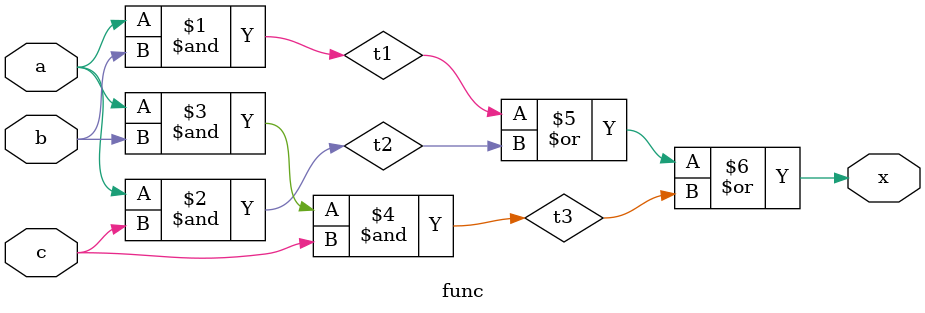
<source format=v>
module func(a,b,c,x);
input a,b,c;
output x;
wire t1,t2,t3;

and a1(t1,a,b);
and a2(t2,a,c);
and a3 (t3,a,b,c);

assign x=t1|t2|t3;
endmodule
</source>
